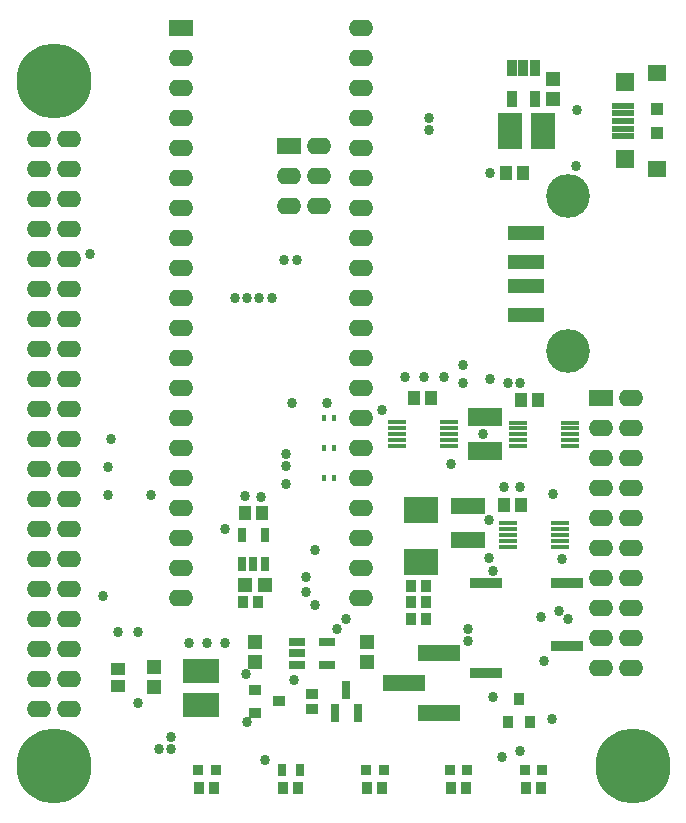
<source format=gts>
G04 Layer_Color=20142*
%FSLAX25Y25*%
%MOIN*%
G70*
G01*
G75*
%ADD58R,0.03159X0.04931*%
%ADD59R,0.05324X0.02765*%
%ADD60R,0.03400X0.05400*%
%ADD61R,0.06309X0.01663*%
%ADD62O,0.06309X0.01663*%
%ADD63R,0.11230X0.05521*%
%ADD64R,0.11624X0.05915*%
%ADD65R,0.03947X0.03356*%
%ADD66R,0.04734X0.04340*%
%ADD67R,0.06309X0.01781*%
%ADD68R,0.14100X0.05600*%
%ADD69R,0.11072X0.03750*%
%ADD70R,0.04143X0.03750*%
%ADD71R,0.02962X0.04143*%
%ADD72R,0.04331X0.04331*%
%ADD73R,0.06299X0.05709*%
%ADD74R,0.05906X0.06299*%
%ADD75R,0.07480X0.01969*%
%ADD76R,0.11939X0.05009*%
%ADD77R,0.01781X0.02175*%
%ADD78R,0.02962X0.06112*%
%ADD79R,0.11399X0.09100*%
%ADD80R,0.03750X0.03750*%
%ADD81R,0.04537X0.04931*%
%ADD82R,0.12411X0.07883*%
%ADD83R,0.04340X0.04734*%
%ADD84R,0.07883X0.12411*%
%ADD85R,0.04931X0.04537*%
%ADD86R,0.03750X0.04143*%
%ADD87R,0.03356X0.03947*%
%ADD88O,0.08100X0.05600*%
%ADD89C,0.25010*%
%ADD90C,0.14600*%
%ADD91O,0.08100X0.05600*%
%ADD92R,0.08100X0.05600*%
%ADD93C,0.03400*%
D58*
X176760Y181930D02*
D03*
X180500D02*
D03*
X184240D02*
D03*
Y191379D02*
D03*
X176760D02*
D03*
D59*
X194881Y155740D02*
D03*
Y152000D02*
D03*
Y148260D02*
D03*
X205119D02*
D03*
Y155740D02*
D03*
D60*
X274240Y347118D02*
D03*
X270500D02*
D03*
X266700D02*
D03*
Y336800D02*
D03*
X274240D02*
D03*
D61*
X228500Y229000D02*
D03*
D62*
Y227032D02*
D03*
Y225063D02*
D03*
Y223095D02*
D03*
Y221126D02*
D03*
X245823Y229000D02*
D03*
Y227032D02*
D03*
Y225063D02*
D03*
Y223095D02*
D03*
Y221126D02*
D03*
D63*
X252000Y201110D02*
D03*
Y189890D02*
D03*
D64*
X257728Y219337D02*
D03*
Y230951D02*
D03*
D65*
X200000Y133539D02*
D03*
Y138461D02*
D03*
D66*
X135500Y146854D02*
D03*
Y141146D02*
D03*
D67*
X268839Y228937D02*
D03*
Y226968D02*
D03*
Y225000D02*
D03*
Y223031D02*
D03*
Y221063D02*
D03*
X286161Y228937D02*
D03*
Y226968D02*
D03*
Y225000D02*
D03*
Y223031D02*
D03*
Y221063D02*
D03*
X265339Y195437D02*
D03*
Y193468D02*
D03*
Y191500D02*
D03*
Y189531D02*
D03*
Y187563D02*
D03*
X282661Y195437D02*
D03*
Y193468D02*
D03*
Y191500D02*
D03*
Y189531D02*
D03*
Y187563D02*
D03*
D68*
X242250Y152000D02*
D03*
X230750Y142000D02*
D03*
X242250Y132000D02*
D03*
D69*
X285000Y175500D02*
D03*
Y154500D02*
D03*
X258000Y145500D02*
D03*
Y175500D02*
D03*
D70*
X188937Y136000D02*
D03*
X181063Y132260D02*
D03*
Y139740D02*
D03*
D71*
X190047Y113000D02*
D03*
X195953D02*
D03*
D72*
X315000Y333437D02*
D03*
Y325563D02*
D03*
D73*
Y313457D02*
D03*
Y345543D02*
D03*
D74*
X304370Y316705D02*
D03*
Y342295D02*
D03*
D75*
X303701Y324382D02*
D03*
Y326941D02*
D03*
Y329500D02*
D03*
Y332059D02*
D03*
Y334618D02*
D03*
D76*
X271406Y264721D02*
D03*
Y274563D02*
D03*
Y282437D02*
D03*
Y292280D02*
D03*
D77*
X203957Y210500D02*
D03*
X207500D02*
D03*
X203957Y230500D02*
D03*
X207500D02*
D03*
X203957Y220500D02*
D03*
X207500D02*
D03*
D78*
X207760Y132260D02*
D03*
X215240D02*
D03*
X211500Y139740D02*
D03*
D79*
X236500Y199701D02*
D03*
Y182299D02*
D03*
D80*
X223953Y113000D02*
D03*
X218047D02*
D03*
X276803Y113149D02*
D03*
X270898D02*
D03*
X251803D02*
D03*
X245898D02*
D03*
X167953Y113000D02*
D03*
X162047D02*
D03*
D81*
X147500Y140654D02*
D03*
Y147346D02*
D03*
X280500Y336654D02*
D03*
Y343346D02*
D03*
X181000Y155846D02*
D03*
Y149153D02*
D03*
X218500Y155846D02*
D03*
Y149153D02*
D03*
D82*
X163000Y134890D02*
D03*
Y146110D02*
D03*
D83*
X234146Y237000D02*
D03*
X239854D02*
D03*
X275354Y236500D02*
D03*
X269646D02*
D03*
X269854Y201500D02*
D03*
X264146D02*
D03*
X264646Y312000D02*
D03*
X270354D02*
D03*
X183354Y198655D02*
D03*
X177646D02*
D03*
D84*
X277110Y326000D02*
D03*
X265890D02*
D03*
D85*
X177575Y174948D02*
D03*
X184267D02*
D03*
D86*
X269000Y136937D02*
D03*
X272740Y129063D02*
D03*
X265260D02*
D03*
D87*
X237961Y174500D02*
D03*
X233039D02*
D03*
X237961Y169000D02*
D03*
X233039D02*
D03*
X237961Y163500D02*
D03*
X233039D02*
D03*
X181961Y169000D02*
D03*
X177039D02*
D03*
X276311Y107149D02*
D03*
X271390D02*
D03*
X251311D02*
D03*
X246390D02*
D03*
X167461Y107000D02*
D03*
X162539D02*
D03*
X195461D02*
D03*
X190539D02*
D03*
X223461D02*
D03*
X218539D02*
D03*
D88*
X118921Y133622D02*
D03*
X108921D02*
D03*
X118921Y143622D02*
D03*
X108921D02*
D03*
X118921Y153622D02*
D03*
X108921D02*
D03*
X118921Y163622D02*
D03*
X108921D02*
D03*
X118921Y173622D02*
D03*
X108921D02*
D03*
X118921Y183622D02*
D03*
X108921D02*
D03*
X118921Y193622D02*
D03*
X108921D02*
D03*
X118921Y203622D02*
D03*
X108921D02*
D03*
X118921Y213622D02*
D03*
X108921D02*
D03*
X118921Y223622D02*
D03*
X108921D02*
D03*
X118921Y233622D02*
D03*
X108921D02*
D03*
X118921Y243622D02*
D03*
X108921D02*
D03*
X118921Y253622D02*
D03*
X108921D02*
D03*
X118921Y263622D02*
D03*
X108921D02*
D03*
X118921Y273622D02*
D03*
X108921D02*
D03*
X118921Y283622D02*
D03*
X108921D02*
D03*
X118921Y293622D02*
D03*
X108921D02*
D03*
X118921Y303622D02*
D03*
X108921D02*
D03*
X118921Y313622D02*
D03*
X108921D02*
D03*
X118921Y323622D02*
D03*
X108921D02*
D03*
D89*
X114000Y114500D02*
D03*
Y342846D02*
D03*
X306913Y114500D02*
D03*
D90*
X285500Y252634D02*
D03*
Y304366D02*
D03*
D91*
X306500Y147000D02*
D03*
Y157000D02*
D03*
Y167000D02*
D03*
Y177000D02*
D03*
Y187000D02*
D03*
Y197000D02*
D03*
Y207000D02*
D03*
Y217000D02*
D03*
Y227000D02*
D03*
Y237000D02*
D03*
X296500Y147000D02*
D03*
Y157000D02*
D03*
Y167000D02*
D03*
Y177000D02*
D03*
Y187000D02*
D03*
Y197000D02*
D03*
Y207000D02*
D03*
Y217000D02*
D03*
Y227000D02*
D03*
X156500Y350500D02*
D03*
Y340500D02*
D03*
Y330500D02*
D03*
Y320500D02*
D03*
Y310500D02*
D03*
Y300500D02*
D03*
Y290500D02*
D03*
Y280500D02*
D03*
Y270500D02*
D03*
Y260500D02*
D03*
Y250500D02*
D03*
Y240500D02*
D03*
Y230500D02*
D03*
Y220500D02*
D03*
Y210500D02*
D03*
Y200500D02*
D03*
Y190500D02*
D03*
Y180500D02*
D03*
Y170500D02*
D03*
X216500Y360500D02*
D03*
Y350500D02*
D03*
Y340500D02*
D03*
Y330500D02*
D03*
Y320500D02*
D03*
Y310500D02*
D03*
Y300500D02*
D03*
Y290500D02*
D03*
Y280500D02*
D03*
Y270500D02*
D03*
Y260500D02*
D03*
Y250500D02*
D03*
Y240500D02*
D03*
Y230500D02*
D03*
Y220500D02*
D03*
Y210500D02*
D03*
Y200500D02*
D03*
Y190500D02*
D03*
Y180500D02*
D03*
Y170500D02*
D03*
X192500Y311000D02*
D03*
Y301000D02*
D03*
X202500Y321000D02*
D03*
Y311000D02*
D03*
Y301000D02*
D03*
D92*
X296500Y237000D02*
D03*
X156500Y360500D02*
D03*
X192500Y321000D02*
D03*
D93*
X178000Y145000D02*
D03*
X263500Y117500D02*
D03*
X132144Y204644D02*
D03*
X133000Y223500D02*
D03*
X132144Y214144D02*
D03*
X146500Y204700D02*
D03*
X208500Y160000D02*
D03*
X252000Y156000D02*
D03*
X198000Y177500D02*
D03*
X174500Y270500D02*
D03*
X178500D02*
D03*
X182500D02*
D03*
X186800D02*
D03*
X285300Y163300D02*
D03*
X282500Y166000D02*
D03*
X276500Y164000D02*
D03*
X126000Y285000D02*
D03*
X190700Y283000D02*
D03*
X195000D02*
D03*
X260500Y179500D02*
D03*
X178500Y129000D02*
D03*
X130500Y171000D02*
D03*
X280500Y205000D02*
D03*
X153000Y120000D02*
D03*
X149000D02*
D03*
X153000Y124000D02*
D03*
X142193Y135500D02*
D03*
X239000Y330500D02*
D03*
Y326500D02*
D03*
X257000Y225000D02*
D03*
X250300Y242200D02*
D03*
X259500Y243500D02*
D03*
X250500Y248000D02*
D03*
X193500Y235500D02*
D03*
X205000D02*
D03*
X191500Y218500D02*
D03*
Y208500D02*
D03*
X201000Y186500D02*
D03*
X223500Y233000D02*
D03*
X183000Y204000D02*
D03*
X252000Y160000D02*
D03*
X191500Y214500D02*
D03*
X230976Y243976D02*
D03*
X237500Y244000D02*
D03*
X259000Y183800D02*
D03*
X264146Y207354D02*
D03*
X269500Y207500D02*
D03*
X259000Y196500D02*
D03*
X288000Y314500D02*
D03*
X288500Y333000D02*
D03*
X259500Y312000D02*
D03*
X269500Y119500D02*
D03*
X194000Y143000D02*
D03*
X135500Y159000D02*
D03*
X165000Y155500D02*
D03*
X171000D02*
D03*
X159000D02*
D03*
X201000Y168000D02*
D03*
X277500Y149500D02*
D03*
X260500Y137500D02*
D03*
X280000Y130000D02*
D03*
X246500Y215000D02*
D03*
X269500Y242000D02*
D03*
X142000Y159000D02*
D03*
X184500Y116500D02*
D03*
X198000Y172500D02*
D03*
X211500Y163500D02*
D03*
X265500Y242000D02*
D03*
X283500Y183500D02*
D03*
X244000Y244000D02*
D03*
X177646Y204354D02*
D03*
X171000Y193500D02*
D03*
M02*

</source>
